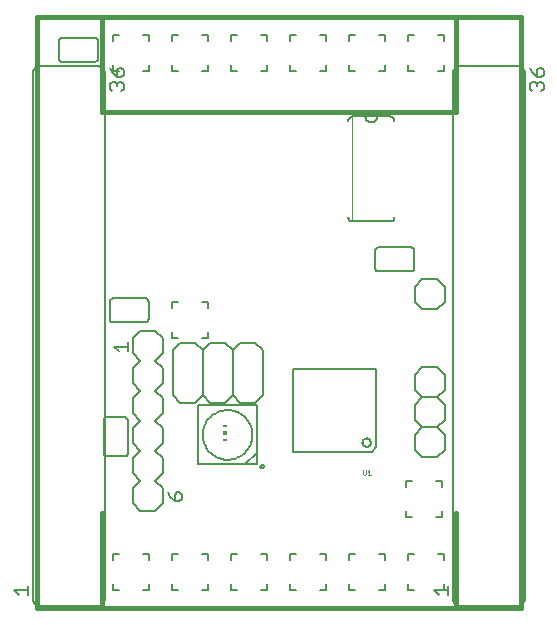
<source format=gto>
G75*
%MOIN*%
%OFA0B0*%
%FSLAX24Y24*%
%IPPOS*%
%LPD*%
%AMOC8*
5,1,8,0,0,1.08239X$1,22.5*
%
%ADD10C,0.0160*%
%ADD11C,0.0060*%
%ADD12C,0.0010*%
%ADD13R,0.0118X0.0059*%
%ADD14R,0.0118X0.0118*%
%ADD15C,0.0050*%
%ADD16C,0.0020*%
D10*
X001046Y000180D02*
X017188Y000180D01*
X017188Y019865D01*
X001046Y019865D01*
X001046Y000180D01*
X003211Y000180D02*
X003211Y003330D01*
X003211Y000180D02*
X015022Y000180D01*
X015022Y003330D01*
X015022Y016715D02*
X003211Y016715D01*
X003211Y019865D01*
X015022Y019865D01*
X015022Y016715D01*
D11*
X014917Y017985D02*
X014917Y000485D01*
X014638Y000761D02*
X014438Y000761D01*
X014638Y000761D02*
X014638Y000961D01*
X014917Y000485D02*
X014919Y000455D01*
X014924Y000425D01*
X014933Y000396D01*
X014946Y000369D01*
X014961Y000343D01*
X014980Y000319D01*
X015001Y000298D01*
X015025Y000279D01*
X015051Y000264D01*
X015078Y000251D01*
X015107Y000242D01*
X015137Y000237D01*
X015167Y000235D01*
X017067Y000235D01*
X017097Y000237D01*
X017127Y000242D01*
X017156Y000251D01*
X017183Y000264D01*
X017209Y000279D01*
X017233Y000298D01*
X017254Y000319D01*
X017273Y000343D01*
X017288Y000369D01*
X017301Y000396D01*
X017310Y000425D01*
X017315Y000455D01*
X017317Y000485D01*
X017317Y017985D01*
X017315Y018015D01*
X017310Y018045D01*
X017301Y018074D01*
X017288Y018101D01*
X017273Y018127D01*
X017254Y018151D01*
X017233Y018172D01*
X017209Y018191D01*
X017183Y018206D01*
X017156Y018219D01*
X017127Y018228D01*
X017097Y018233D01*
X017067Y018235D01*
X015167Y018235D01*
X015137Y018233D01*
X015107Y018228D01*
X015078Y018219D01*
X015051Y018206D01*
X015025Y018191D01*
X015001Y018172D01*
X014980Y018151D01*
X014961Y018127D01*
X014946Y018101D01*
X014933Y018074D01*
X014924Y018045D01*
X014919Y018015D01*
X014917Y017985D01*
X014638Y018084D02*
X014438Y018084D01*
X014638Y018084D02*
X014638Y018284D01*
X014638Y019084D02*
X014638Y019284D01*
X014438Y019284D01*
X013638Y019284D02*
X013438Y019284D01*
X013438Y019084D01*
X012669Y019084D02*
X012669Y019284D01*
X012469Y019284D01*
X011669Y019284D02*
X011469Y019284D01*
X011469Y019084D01*
X010701Y019084D02*
X010701Y019284D01*
X010501Y019284D01*
X009701Y019284D02*
X009501Y019284D01*
X009501Y019084D01*
X009501Y018284D02*
X009501Y018084D01*
X009701Y018084D01*
X010501Y018084D02*
X010701Y018084D01*
X010701Y018284D01*
X011469Y018284D02*
X011469Y018084D01*
X011669Y018084D01*
X012469Y018084D02*
X012669Y018084D01*
X012669Y018284D01*
X013438Y018284D02*
X013438Y018084D01*
X013638Y018084D01*
X012822Y016556D02*
X012402Y016556D01*
X012002Y016556D01*
X011582Y016556D01*
X011559Y016554D01*
X011536Y016549D01*
X011514Y016540D01*
X011494Y016527D01*
X011476Y016512D01*
X011461Y016494D01*
X011448Y016474D01*
X011439Y016452D01*
X011434Y016429D01*
X011432Y016406D01*
X012002Y016556D02*
X012004Y016529D01*
X012009Y016502D01*
X012019Y016476D01*
X012031Y016452D01*
X012047Y016430D01*
X012065Y016410D01*
X012087Y016393D01*
X012110Y016378D01*
X012135Y016368D01*
X012161Y016360D01*
X012188Y016356D01*
X012216Y016356D01*
X012243Y016360D01*
X012269Y016368D01*
X012294Y016378D01*
X012317Y016393D01*
X012339Y016410D01*
X012357Y016430D01*
X012373Y016452D01*
X012385Y016476D01*
X012395Y016502D01*
X012400Y016529D01*
X012402Y016556D01*
X012822Y016556D02*
X012845Y016554D01*
X012868Y016549D01*
X012890Y016540D01*
X012910Y016527D01*
X012928Y016512D01*
X012943Y016494D01*
X012956Y016474D01*
X012965Y016452D01*
X012970Y016429D01*
X012972Y016406D01*
X012972Y013206D02*
X012970Y013183D01*
X012965Y013160D01*
X012956Y013138D01*
X012943Y013118D01*
X012928Y013100D01*
X012910Y013085D01*
X012890Y013072D01*
X012868Y013063D01*
X012845Y013058D01*
X012822Y013056D01*
X011582Y013056D01*
X011559Y013058D01*
X011536Y013063D01*
X011514Y013072D01*
X011494Y013085D01*
X011476Y013100D01*
X011461Y013118D01*
X011448Y013138D01*
X011439Y013160D01*
X011434Y013183D01*
X011432Y013206D01*
X012333Y012092D02*
X012333Y011492D01*
X012335Y011475D01*
X012339Y011458D01*
X012346Y011442D01*
X012356Y011428D01*
X012369Y011415D01*
X012383Y011405D01*
X012399Y011398D01*
X012416Y011394D01*
X012433Y011392D01*
X013533Y011392D01*
X013550Y011394D01*
X013567Y011398D01*
X013583Y011405D01*
X013597Y011415D01*
X013610Y011428D01*
X013620Y011442D01*
X013627Y011458D01*
X013631Y011475D01*
X013633Y011492D01*
X013633Y012092D01*
X013631Y012109D01*
X013627Y012126D01*
X013620Y012142D01*
X013610Y012156D01*
X013597Y012169D01*
X013583Y012179D01*
X013567Y012186D01*
X013550Y012190D01*
X013533Y012192D01*
X012433Y012192D01*
X012416Y012190D01*
X012399Y012186D01*
X012383Y012179D01*
X012369Y012169D01*
X012356Y012156D01*
X012346Y012142D01*
X012339Y012126D01*
X012335Y012109D01*
X012333Y012092D01*
X013644Y010883D02*
X013894Y011133D01*
X014394Y011133D01*
X014644Y010883D01*
X014644Y010383D01*
X014394Y010133D01*
X013894Y010133D01*
X013644Y010383D01*
X013644Y010883D01*
X013894Y008196D02*
X014394Y008196D01*
X014644Y007946D01*
X014644Y007446D01*
X014394Y007196D01*
X014644Y006946D01*
X014644Y006446D01*
X014394Y006196D01*
X014644Y005946D01*
X014644Y005446D01*
X014394Y005196D01*
X013894Y005196D01*
X013644Y005446D01*
X013644Y005946D01*
X013894Y006196D01*
X013644Y006446D01*
X013644Y006946D01*
X013894Y007196D01*
X013644Y007446D01*
X013644Y007946D01*
X013894Y008196D01*
X013894Y007196D02*
X014394Y007196D01*
X014394Y006196D02*
X013894Y006196D01*
X012347Y005523D02*
X012347Y008143D01*
X009587Y008143D01*
X009587Y005383D01*
X012207Y005383D01*
X012347Y005523D01*
X011906Y005683D02*
X011908Y005706D01*
X011914Y005729D01*
X011923Y005750D01*
X011936Y005770D01*
X011952Y005787D01*
X011970Y005801D01*
X011990Y005812D01*
X012012Y005820D01*
X012035Y005824D01*
X012059Y005824D01*
X012082Y005820D01*
X012104Y005812D01*
X012124Y005801D01*
X012142Y005787D01*
X012158Y005770D01*
X012171Y005750D01*
X012180Y005729D01*
X012186Y005706D01*
X012188Y005683D01*
X012186Y005660D01*
X012180Y005637D01*
X012171Y005616D01*
X012158Y005596D01*
X012142Y005579D01*
X012124Y005565D01*
X012104Y005554D01*
X012082Y005546D01*
X012059Y005542D01*
X012035Y005542D01*
X012012Y005546D01*
X011990Y005554D01*
X011970Y005565D01*
X011952Y005579D01*
X011936Y005596D01*
X011923Y005616D01*
X011914Y005637D01*
X011908Y005660D01*
X011906Y005683D01*
X013343Y004396D02*
X013343Y004196D01*
X013343Y004396D02*
X013543Y004396D01*
X014343Y004396D02*
X014543Y004396D01*
X014543Y004196D01*
X014543Y003396D02*
X014543Y003196D01*
X014343Y003196D01*
X013543Y003196D02*
X013343Y003196D01*
X013343Y003396D01*
X013438Y001961D02*
X013638Y001961D01*
X013438Y001961D02*
X013438Y001761D01*
X012669Y001761D02*
X012669Y001961D01*
X012469Y001961D01*
X011669Y001961D02*
X011469Y001961D01*
X011469Y001761D01*
X010701Y001761D02*
X010701Y001961D01*
X010501Y001961D01*
X009701Y001961D02*
X009501Y001961D01*
X009501Y001761D01*
X009501Y000961D02*
X009501Y000761D01*
X009701Y000761D01*
X010501Y000761D02*
X010701Y000761D01*
X010701Y000961D01*
X011469Y000961D02*
X011469Y000761D01*
X011669Y000761D01*
X012469Y000761D02*
X012669Y000761D01*
X012669Y000961D01*
X013438Y000961D02*
X013438Y000761D01*
X013638Y000761D01*
X014638Y001761D02*
X014638Y001961D01*
X014438Y001961D01*
X008732Y001961D02*
X008732Y001761D01*
X008732Y001961D02*
X008532Y001961D01*
X007732Y001961D02*
X007532Y001961D01*
X007532Y001761D01*
X006764Y001761D02*
X006764Y001961D01*
X006564Y001961D01*
X005764Y001961D02*
X005564Y001961D01*
X005564Y001761D01*
X004795Y001761D02*
X004795Y001961D01*
X004595Y001961D01*
X003795Y001961D02*
X003595Y001961D01*
X003595Y001761D01*
X003595Y000961D02*
X003595Y000761D01*
X003795Y000761D01*
X003317Y000485D02*
X003317Y017985D01*
X003595Y018084D02*
X003595Y018284D01*
X003595Y018084D02*
X003795Y018084D01*
X003317Y017985D02*
X003315Y018015D01*
X003310Y018045D01*
X003301Y018074D01*
X003288Y018101D01*
X003273Y018127D01*
X003254Y018151D01*
X003233Y018172D01*
X003209Y018191D01*
X003183Y018206D01*
X003156Y018219D01*
X003127Y018228D01*
X003097Y018233D01*
X003067Y018235D01*
X001167Y018235D01*
X001137Y018233D01*
X001107Y018228D01*
X001078Y018219D01*
X001051Y018206D01*
X001025Y018191D01*
X001001Y018172D01*
X000980Y018151D01*
X000961Y018127D01*
X000946Y018101D01*
X000933Y018074D01*
X000924Y018045D01*
X000919Y018015D01*
X000917Y017985D01*
X000917Y000485D01*
X000919Y000455D01*
X000924Y000425D01*
X000933Y000396D01*
X000946Y000369D01*
X000961Y000343D01*
X000980Y000319D01*
X001001Y000298D01*
X001025Y000279D01*
X001051Y000264D01*
X001078Y000251D01*
X001107Y000242D01*
X001137Y000237D01*
X001167Y000235D01*
X003067Y000235D01*
X003097Y000237D01*
X003127Y000242D01*
X003156Y000251D01*
X003183Y000264D01*
X003209Y000279D01*
X003233Y000298D01*
X003254Y000319D01*
X003273Y000343D01*
X003288Y000369D01*
X003301Y000396D01*
X003310Y000425D01*
X003315Y000455D01*
X003317Y000485D01*
X004595Y000761D02*
X004795Y000761D01*
X004795Y000961D01*
X005564Y000961D02*
X005564Y000761D01*
X005764Y000761D01*
X006564Y000761D02*
X006764Y000761D01*
X006764Y000961D01*
X007532Y000961D02*
X007532Y000761D01*
X007732Y000761D01*
X008532Y000761D02*
X008732Y000761D01*
X008732Y000961D01*
X005254Y003658D02*
X005004Y003408D01*
X004504Y003408D01*
X004254Y003658D01*
X004254Y004158D01*
X004504Y004408D01*
X004254Y004658D01*
X004254Y005158D01*
X004504Y005408D01*
X004254Y005658D01*
X004254Y006158D01*
X004504Y006408D01*
X004254Y006658D01*
X004254Y007158D01*
X004504Y007408D01*
X004254Y007658D01*
X004254Y008158D01*
X004504Y008408D01*
X004254Y008658D01*
X004254Y009158D01*
X004504Y009408D01*
X005004Y009408D01*
X005254Y009158D01*
X005254Y008658D01*
X005004Y008408D01*
X005254Y008158D01*
X005254Y007658D01*
X005004Y007408D01*
X005254Y007158D01*
X005254Y006658D01*
X005004Y006408D01*
X005254Y006158D01*
X005254Y005658D01*
X005004Y005408D01*
X005254Y005158D01*
X005254Y004658D01*
X005004Y004408D01*
X005254Y004158D01*
X005254Y003658D01*
X003986Y005230D02*
X003386Y005230D01*
X003369Y005232D01*
X003352Y005236D01*
X003336Y005243D01*
X003322Y005253D01*
X003309Y005266D01*
X003299Y005280D01*
X003292Y005296D01*
X003288Y005313D01*
X003286Y005330D01*
X003286Y006430D01*
X003288Y006447D01*
X003292Y006464D01*
X003299Y006480D01*
X003309Y006494D01*
X003322Y006507D01*
X003336Y006517D01*
X003352Y006524D01*
X003369Y006528D01*
X003386Y006530D01*
X003986Y006530D01*
X004003Y006528D01*
X004020Y006524D01*
X004036Y006517D01*
X004050Y006507D01*
X004063Y006494D01*
X004073Y006480D01*
X004080Y006464D01*
X004084Y006447D01*
X004086Y006430D01*
X004086Y005330D01*
X004084Y005313D01*
X004080Y005296D01*
X004073Y005280D01*
X004063Y005266D01*
X004050Y005253D01*
X004036Y005243D01*
X004020Y005236D01*
X004003Y005232D01*
X003986Y005230D01*
X005835Y007007D02*
X005585Y007257D01*
X005585Y008757D01*
X005835Y009007D01*
X006335Y009007D01*
X006585Y008757D01*
X006585Y007257D01*
X006335Y007007D01*
X005835Y007007D01*
X006585Y007257D02*
X006835Y007007D01*
X007335Y007007D01*
X007585Y007257D01*
X007585Y008757D01*
X007335Y009007D01*
X006835Y009007D01*
X006585Y008757D01*
X006569Y009171D02*
X006769Y009171D01*
X006769Y009371D01*
X006769Y010171D02*
X006769Y010371D01*
X006569Y010371D01*
X005769Y010371D02*
X005569Y010371D01*
X005569Y010171D01*
X005569Y009371D02*
X005569Y009171D01*
X005769Y009171D01*
X004775Y009789D02*
X004775Y010389D01*
X004773Y010406D01*
X004769Y010423D01*
X004762Y010439D01*
X004752Y010453D01*
X004739Y010466D01*
X004725Y010476D01*
X004709Y010483D01*
X004692Y010487D01*
X004675Y010489D01*
X003575Y010489D01*
X003558Y010487D01*
X003541Y010483D01*
X003525Y010476D01*
X003511Y010466D01*
X003498Y010453D01*
X003488Y010439D01*
X003481Y010423D01*
X003477Y010406D01*
X003475Y010389D01*
X003475Y009789D01*
X003477Y009772D01*
X003481Y009755D01*
X003488Y009739D01*
X003498Y009725D01*
X003511Y009712D01*
X003525Y009702D01*
X003541Y009695D01*
X003558Y009691D01*
X003575Y009689D01*
X004675Y009689D01*
X004692Y009691D01*
X004709Y009695D01*
X004725Y009702D01*
X004739Y009712D01*
X004752Y009725D01*
X004762Y009739D01*
X004769Y009755D01*
X004773Y009772D01*
X004775Y009789D01*
X007585Y008757D02*
X007835Y009007D01*
X008335Y009007D01*
X008585Y008757D01*
X008585Y007257D01*
X008335Y007007D01*
X007835Y007007D01*
X007585Y007257D01*
X007532Y018084D02*
X007532Y018284D01*
X007532Y018084D02*
X007732Y018084D01*
X008532Y018084D02*
X008732Y018084D01*
X008732Y018284D01*
X008732Y019084D02*
X008732Y019284D01*
X008532Y019284D01*
X007732Y019284D02*
X007532Y019284D01*
X007532Y019084D01*
X006764Y019084D02*
X006764Y019284D01*
X006564Y019284D01*
X005764Y019284D02*
X005564Y019284D01*
X005564Y019084D01*
X004795Y019084D02*
X004795Y019284D01*
X004595Y019284D01*
X003795Y019284D02*
X003595Y019284D01*
X003595Y019084D01*
X003086Y019082D02*
X003086Y018482D01*
X003084Y018465D01*
X003080Y018448D01*
X003073Y018432D01*
X003063Y018418D01*
X003050Y018405D01*
X003036Y018395D01*
X003020Y018388D01*
X003003Y018384D01*
X002986Y018382D01*
X001886Y018382D01*
X001869Y018384D01*
X001852Y018388D01*
X001836Y018395D01*
X001822Y018405D01*
X001809Y018418D01*
X001799Y018432D01*
X001792Y018448D01*
X001788Y018465D01*
X001786Y018482D01*
X001786Y019082D01*
X001788Y019099D01*
X001792Y019116D01*
X001799Y019132D01*
X001809Y019146D01*
X001822Y019159D01*
X001836Y019169D01*
X001852Y019176D01*
X001869Y019180D01*
X001886Y019182D01*
X002986Y019182D01*
X003003Y019180D01*
X003020Y019176D01*
X003036Y019169D01*
X003050Y019159D01*
X003063Y019146D01*
X003073Y019132D01*
X003080Y019116D01*
X003084Y019099D01*
X003086Y019082D01*
X004595Y018084D02*
X004795Y018084D01*
X004795Y018284D01*
X005564Y018284D02*
X005564Y018084D01*
X005764Y018084D01*
X006564Y018084D02*
X006764Y018084D01*
X006764Y018284D01*
D12*
X011927Y004758D02*
X011927Y004633D01*
X011952Y004608D01*
X012002Y004608D01*
X012027Y004633D01*
X012027Y004758D01*
X012075Y004708D02*
X012125Y004758D01*
X012125Y004608D01*
X012075Y004608D02*
X012175Y004608D01*
D13*
X007310Y005778D03*
X007310Y006251D03*
D14*
X007310Y006015D03*
D15*
X000441Y000610D02*
X000291Y000760D01*
X000742Y000760D01*
X000742Y000610D02*
X000742Y000910D01*
X005504Y003873D02*
X005429Y004023D01*
X005504Y003873D02*
X005654Y003723D01*
X005654Y003948D01*
X005729Y004023D01*
X005804Y004023D01*
X005879Y003948D01*
X005879Y003798D01*
X005804Y003723D01*
X005654Y003723D01*
X006422Y004956D02*
X006422Y006924D01*
X008390Y006924D01*
X008390Y005349D01*
X007996Y004956D01*
X006422Y004956D01*
X006579Y005940D02*
X006581Y005997D01*
X006587Y006054D01*
X006597Y006110D01*
X006610Y006166D01*
X006628Y006220D01*
X006649Y006273D01*
X006674Y006324D01*
X006702Y006374D01*
X006734Y006421D01*
X006768Y006467D01*
X006806Y006509D01*
X006847Y006549D01*
X006890Y006587D01*
X006936Y006621D01*
X006984Y006651D01*
X007034Y006679D01*
X007086Y006703D01*
X007140Y006723D01*
X007194Y006739D01*
X007250Y006752D01*
X007306Y006761D01*
X007363Y006766D01*
X007420Y006767D01*
X007477Y006764D01*
X007534Y006757D01*
X007590Y006746D01*
X007645Y006732D01*
X007699Y006713D01*
X007752Y006691D01*
X007803Y006666D01*
X007852Y006636D01*
X007899Y006604D01*
X007944Y006568D01*
X007986Y006530D01*
X008025Y006488D01*
X008061Y006444D01*
X008095Y006398D01*
X008125Y006349D01*
X008151Y006299D01*
X008174Y006247D01*
X008193Y006193D01*
X008209Y006138D01*
X008221Y006082D01*
X008229Y006025D01*
X008233Y005969D01*
X008233Y005911D01*
X008229Y005855D01*
X008221Y005798D01*
X008209Y005742D01*
X008193Y005687D01*
X008174Y005633D01*
X008151Y005581D01*
X008125Y005531D01*
X008095Y005482D01*
X008061Y005436D01*
X008025Y005392D01*
X007986Y005350D01*
X007944Y005312D01*
X007899Y005276D01*
X007852Y005244D01*
X007803Y005214D01*
X007752Y005189D01*
X007699Y005167D01*
X007645Y005148D01*
X007590Y005134D01*
X007534Y005123D01*
X007477Y005116D01*
X007420Y005113D01*
X007363Y005114D01*
X007306Y005119D01*
X007250Y005128D01*
X007194Y005141D01*
X007140Y005157D01*
X007086Y005177D01*
X007034Y005201D01*
X006984Y005229D01*
X006936Y005259D01*
X006890Y005293D01*
X006847Y005331D01*
X006806Y005371D01*
X006768Y005413D01*
X006734Y005459D01*
X006702Y005506D01*
X006674Y005556D01*
X006649Y005607D01*
X006628Y005660D01*
X006610Y005714D01*
X006597Y005770D01*
X006587Y005826D01*
X006581Y005883D01*
X006579Y005940D01*
X007996Y004956D02*
X008390Y004956D01*
X008390Y005349D01*
X008505Y004882D02*
X008507Y004896D01*
X008513Y004910D01*
X008521Y004922D01*
X008533Y004930D01*
X008547Y004936D01*
X008561Y004938D01*
X008575Y004936D01*
X008589Y004930D01*
X008601Y004922D01*
X008609Y004910D01*
X008615Y004896D01*
X008617Y004882D01*
X008615Y004868D01*
X008609Y004854D01*
X008601Y004842D01*
X008589Y004834D01*
X008575Y004828D01*
X008561Y004826D01*
X008547Y004828D01*
X008533Y004834D01*
X008521Y004842D01*
X008513Y004854D01*
X008507Y004868D01*
X008505Y004882D01*
X004079Y008723D02*
X004079Y009023D01*
X004079Y008873D02*
X003629Y008873D01*
X003779Y008723D01*
X003867Y017410D02*
X003942Y017485D01*
X003942Y017635D01*
X003867Y017710D01*
X003792Y017710D01*
X003716Y017635D01*
X003716Y017560D01*
X003716Y017635D02*
X003641Y017710D01*
X003566Y017710D01*
X003491Y017635D01*
X003491Y017485D01*
X003566Y017410D01*
X003716Y017871D02*
X003716Y018096D01*
X003792Y018171D01*
X003867Y018171D01*
X003942Y018096D01*
X003942Y017946D01*
X003867Y017871D01*
X003716Y017871D01*
X003566Y018021D01*
X003491Y018171D01*
X017491Y018171D02*
X017566Y018021D01*
X017716Y017871D01*
X017716Y018096D01*
X017792Y018171D01*
X017867Y018171D01*
X017942Y018096D01*
X017942Y017946D01*
X017867Y017871D01*
X017716Y017871D01*
X017641Y017710D02*
X017716Y017635D01*
X017792Y017710D01*
X017867Y017710D01*
X017942Y017635D01*
X017942Y017485D01*
X017867Y017410D01*
X017716Y017560D02*
X017716Y017635D01*
X017641Y017710D02*
X017566Y017710D01*
X017491Y017635D01*
X017491Y017485D01*
X017566Y017410D01*
X014742Y000910D02*
X014742Y000610D01*
X014742Y000760D02*
X014291Y000760D01*
X014441Y000610D01*
D16*
X011572Y013056D02*
X011572Y016556D01*
M02*

</source>
